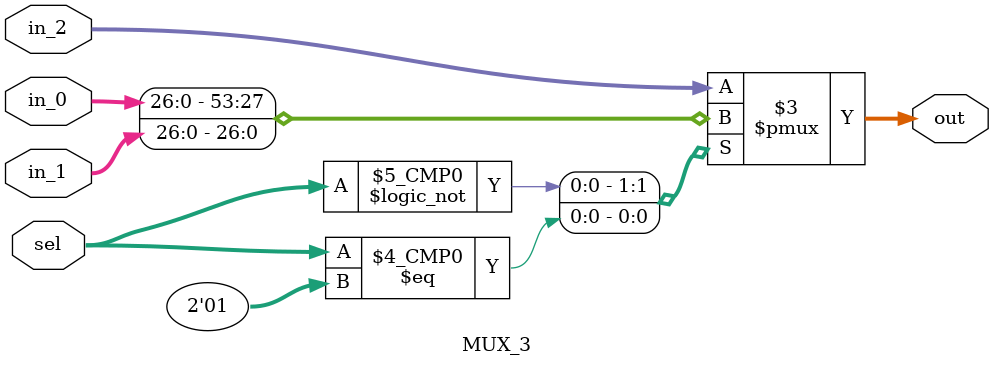
<source format=v>
`timescale 1ns / 1ps

module MUX_3
#(parameter data_length = 27)
	(
	input wire [data_length - 1 : 0] in_0,
	input wire [data_length - 1 : 0] in_1,
	input wire [data_length - 1 : 0] in_2,
	input wire [1 : 0] sel,
	
	output reg [data_length - 1 : 0] out
    );
	
	always @(*)
	begin
		case(sel)
			0 : out = in_0;
			1 : out = in_1;
			default : out = in_2;
		endcase
	end

endmodule

</source>
